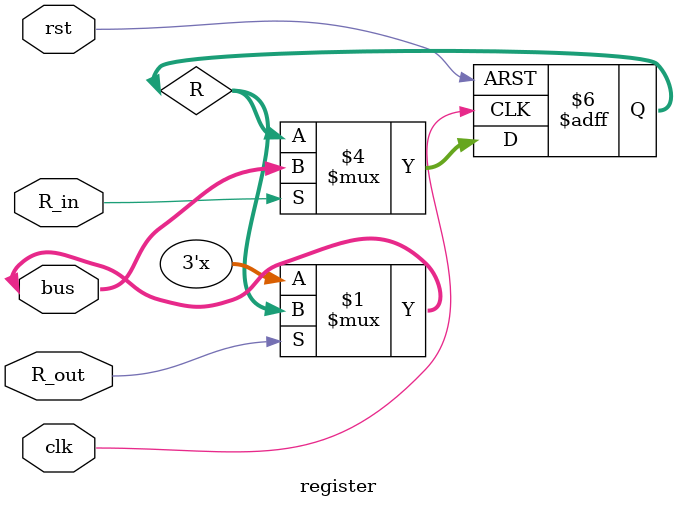
<source format=v>
module register (
    input clk,
    input R_in,
    input R_out,
	 input rst,
    inout [2:0] bus
);

  reg [2:0] R;
  reg [2:0] bus_out;

  assign bus = (R_out) ? R : 3'bz;  // Drive bus when R_in is high
  always @(posedge clk or posedge rst) begin
	 if (rst) begin
		R = 0;
	 end else if (R_in) begin
      R = bus;  // Capture bus value on rising edge if R_out is high
    end
  end

endmodule

</source>
